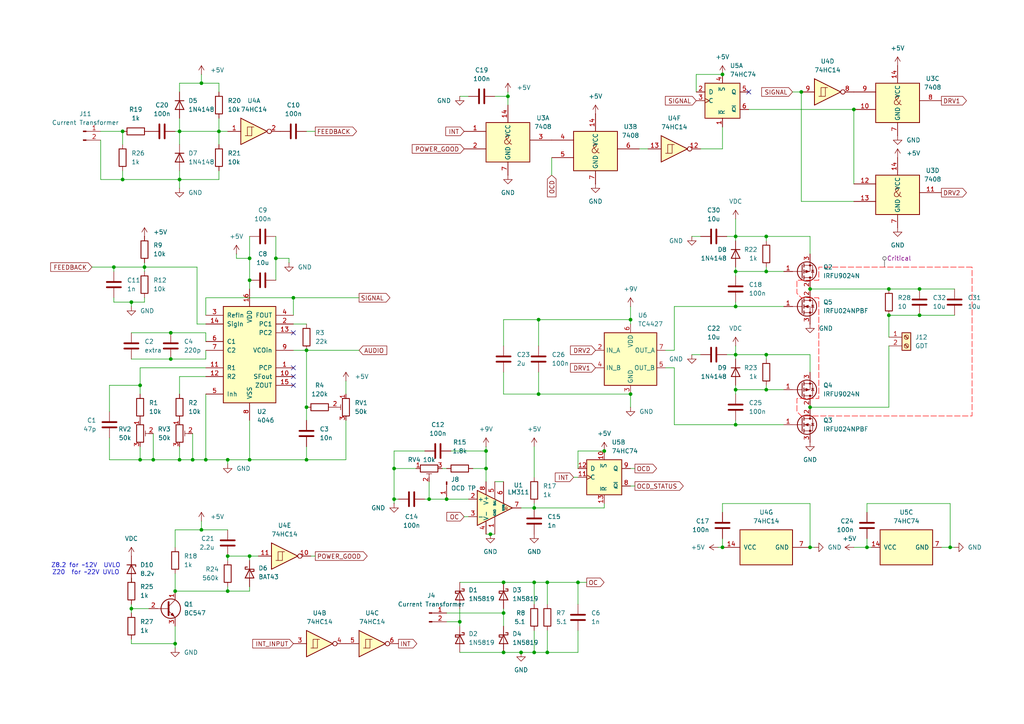
<source format=kicad_sch>
(kicad_sch (version 20250114) (generator "eeschema") (generator_version "9.0")
  (paper "A4")
  (title_block (title "HNaderi's PLL SSTC") (rev "3.1") (company "hnaderi.dev"))
  (text "Z8.2 for ~12V  UVLO\nZ20  for ~22V UVLO" (at 24.892 165.1 0) (effects (font (size 1.27 1.27))))
  (junction (at 257.81 91.44))
  (junction (at 175.26 130.81))
  (junction (at 154.94 168.91))
  (junction (at 146.05 168.91))
  (junction (at 147.32 27.94))
  (junction (at 129.54 144.78))
  (junction (at 58.42 24.13))
  (junction (at 35.56 38.1))
  (junction (at 88.9 101.6))
  (junction (at 209.55 21.59))
  (junction (at 182.88 114.3))
  (junction (at 52.07 38.1))
  (junction (at 59.69 133.35))
  (junction (at 158.75 189.23))
  (junction (at 114.3 144.78))
  (junction (at 41.91 77.47))
  (junction (at 158.75 168.91))
  (junction (at 213.36 88.9))
  (junction (at 88.9 118.11))
  (junction (at 222.25 102.87))
  (junction (at 167.64 168.91))
  (junction (at 66.04 161.29))
  (junction (at 234.95 118.11))
  (junction (at 222.25 78.74))
  (junction (at 146.05 189.23))
  (junction (at 257.81 83.82))
  (junction (at 142.24 154.94))
  (junction (at 140.97 130.81))
  (junction (at 52.07 133.35))
  (junction (at 55.88 133.35))
  (junction (at 275.59 158.75))
  (junction (at 213.36 113.03))
  (junction (at 72.39 81.28))
  (junction (at 44.45 133.35))
  (junction (at 66.04 171.45))
  (junction (at 40.64 111.76))
  (junction (at 124.46 144.78))
  (junction (at 213.36 102.87))
  (junction (at 40.64 133.35))
  (junction (at 266.7 83.82))
  (junction (at 52.07 52.07))
  (junction (at 140.97 135.89))
  (junction (at 49.53 104.14))
  (junction (at 58.42 153.67))
  (junction (at 222.25 113.03))
  (junction (at 234.95 158.75))
  (junction (at 49.53 96.52))
  (junction (at 72.39 161.29))
  (junction (at 234.95 83.82))
  (junction (at 63.5 38.1))
  (junction (at 154.94 147.32))
  (junction (at 85.09 86.36))
  (junction (at 247.65 31.75))
  (junction (at 222.25 68.58))
  (junction (at 50.8 171.45))
  (junction (at 38.1 87.63))
  (junction (at 151.13 189.23))
  (junction (at 156.21 114.3))
  (junction (at 146.05 177.8))
  (junction (at 232.41 26.67))
  (junction (at 209.55 158.75))
  (junction (at 213.36 123.19))
  (junction (at 213.36 78.74))
  (junction (at 50.8 186.69))
  (junction (at 154.94 189.23))
  (junction (at 156.21 92.71))
  (junction (at 114.3 135.89))
  (junction (at 213.36 68.58))
  (junction (at 72.39 74.93))
  (junction (at 72.39 133.35))
  (junction (at 88.9 133.35))
  (junction (at 266.7 91.44))
  (junction (at 66.04 133.35))
  (junction (at 80.01 74.93))
  (junction (at 38.1 176.53))
  (junction (at 133.35 180.34))
  (junction (at 251.46 158.75))
  (junction (at 182.88 92.71))
  (junction (at 35.56 52.07))
  (junction (at 33.02 77.47))
  (no_connect (at 85.09 96.52))
  (no_connect (at 85.09 109.22))
  (no_connect (at 85.09 111.76))
  (no_connect (at 85.09 106.68))
  (no_connect (at 217.17 26.67))
  (wire (pts (xy 114.3 130.81) (xy 114.3 135.89)))
  (wire (pts (xy 184.15 135.89) (xy 182.88 135.89)))
  (wire (pts (xy 80.01 81.28) (xy 80.01 74.93)))
  (wire (pts (xy 166.37 138.43) (xy 167.64 138.43)))
  (wire (pts (xy 203.2 68.58) (xy 200.66 68.58)))
  (wire (pts (xy 146.05 177.8) (xy 146.05 181.61)))
  (wire (pts (xy 154.94 168.91) (xy 158.75 168.91)))
  (wire (pts (xy 80.01 68.58) (xy 80.01 74.93)))
  (wire (pts (xy 208.28 158.75) (xy 209.55 158.75)))
  (wire (pts (xy 167.64 168.91) (xy 170.18 168.91)))
  (wire (pts (xy 275.59 146.05) (xy 275.59 158.75)))
  (wire (pts (xy 90.17 161.29) (xy 91.44 161.29)))
  (wire (pts (xy 72.39 161.29) (xy 66.04 161.29)))
  (wire (pts (xy 41.91 77.47) (xy 57.15 77.47)))
  (wire (pts (xy 129.54 135.89) (xy 128.27 135.89)))
  (wire (pts (xy 222.25 77.47) (xy 222.25 78.74)))
  (wire (pts (xy 59.69 114.3) (xy 59.69 133.35)))
  (wire (pts (xy 58.42 24.13) (xy 63.5 24.13)))
  (wire (pts (xy 156.21 114.3) (xy 182.88 114.3)))
  (wire (pts (xy 213.36 68.58) (xy 222.25 68.58)))
  (wire (pts (xy 52.07 52.07) (xy 52.07 49.53)))
  (wire (pts (xy 52.07 109.22) (xy 59.69 109.22)))
  (wire (pts (xy 58.42 151.13) (xy 58.42 153.67)))
  (wire (pts (xy 167.64 135.89) (xy 167.64 130.81)))
  (wire (pts (xy 234.95 146.05) (xy 234.95 158.75)))
  (wire (pts (xy 44.45 125.73) (xy 44.45 133.35)))
  (wire (pts (xy 154.94 146.05) (xy 154.94 147.32)))
  (wire (pts (xy 154.94 189.23) (xy 154.94 182.88)))
  (wire (pts (xy 266.7 91.44) (xy 276.86 91.44)))
  (wire (pts (xy 40.64 133.35) (xy 44.45 133.35)))
  (wire (pts (xy 59.69 133.35) (xy 66.04 133.35)))
  (wire (pts (xy 123.19 144.78) (xy 124.46 144.78)))
  (wire (pts (xy 213.36 113.03) (xy 222.25 113.03)))
  (wire (pts (xy 187.96 43.18) (xy 185.42 43.18)))
  (wire (pts (xy 195.58 88.9) (xy 213.36 88.9)))
  (wire (pts (xy 59.69 86.36) (xy 85.09 86.36)))
  (wire (pts (xy 229.87 26.67) (xy 232.41 26.67)))
  (wire (pts (xy 66.04 133.35) (xy 72.39 133.35)))
  (wire (pts (xy 203.2 102.87) (xy 200.66 102.87)))
  (wire (pts (xy 68.58 73.66) (xy 68.58 74.93)))
  (wire (pts (xy 66.04 153.67) (xy 58.42 153.67)))
  (wire (pts (xy 85.09 101.6) (xy 88.9 101.6)))
  (wire (pts (xy 151.13 189.23) (xy 154.94 189.23)))
  (wire (pts (xy 52.07 41.91) (xy 52.07 38.1)))
  (wire (pts (xy 88.9 133.35) (xy 88.9 129.54)))
  (wire (pts (xy 234.95 83.82) (xy 257.81 83.82)))
  (wire (pts (xy 49.53 96.52) (xy 59.69 96.52)))
  (wire (pts (xy 114.3 135.89) (xy 120.65 135.89)))
  (wire (pts (xy 26.67 77.47) (xy 33.02 77.47)))
  (wire (pts (xy 83.82 74.93) (xy 80.01 74.93)))
  (wire (pts (xy 50.8 181.61) (xy 50.8 186.69)))
  (wire (pts (xy 209.55 156.21) (xy 209.55 158.75)))
  (wire (pts (xy 52.07 38.1) (xy 63.5 38.1)))
  (wire (pts (xy 210.82 68.58) (xy 213.36 68.58)))
  (wire (pts (xy 213.36 77.47) (xy 213.36 78.74)))
  (wire (pts (xy 100.33 110.49) (xy 100.33 114.3)))
  (wire (pts (xy 41.91 87.63) (xy 41.91 86.36)))
  (wire (pts (xy 72.39 74.93) (xy 72.39 81.28)))
  (wire (pts (xy 175.26 147.32) (xy 175.26 146.05)))
  (wire (pts (xy 88.9 133.35) (xy 72.39 133.35)))
  (wire (pts (xy 38.1 87.63) (xy 38.1 88.9)))
  (wire (pts (xy 146.05 176.53) (xy 146.05 177.8)))
  (wire (pts (xy 158.75 168.91) (xy 167.64 168.91)))
  (wire (pts (xy 66.04 38.1) (xy 63.5 38.1)))
  (wire (pts (xy 160.02 50.8) (xy 160.02 45.72)))
  (wire (pts (xy 88.9 38.1) (xy 91.44 38.1)))
  (wire (pts (xy 213.36 63.5) (xy 213.36 68.58)))
  (wire (pts (xy 66.04 161.29) (xy 66.04 162.56)))
  (wire (pts (xy 257.81 91.44) (xy 257.81 97.79)))
  (wire (pts (xy 251.46 158.75) (xy 252.73 158.75)))
  (wire (pts (xy 133.35 189.23) (xy 146.05 189.23)))
  (wire (pts (xy 133.35 168.91) (xy 146.05 168.91)))
  (wire (pts (xy 213.36 102.87) (xy 222.25 102.87)))
  (wire (pts (xy 72.39 81.28) (xy 72.39 83.82)))
  (wire (pts (xy 66.04 134.62) (xy 66.04 133.35)))
  (wire (pts (xy 38.1 87.63) (xy 33.02 87.63)))
  (wire (pts (xy 217.17 31.75) (xy 247.65 31.75)))
  (wire (pts (xy 213.36 121.92) (xy 213.36 123.19)))
  (wire (pts (xy 158.75 182.88) (xy 158.75 189.23)))
  (wire (pts (xy 88.9 101.6) (xy 88.9 118.11)))
  (wire (pts (xy 140.97 135.89) (xy 140.97 139.7)))
  (wire (pts (xy 167.64 130.81) (xy 175.26 130.81)))
  (wire (pts (xy 276.86 158.75) (xy 275.59 158.75)))
  (wire (pts (xy 251.46 146.05) (xy 251.46 148.59)))
  (wire (pts (xy 156.21 92.71) (xy 156.21 100.33)))
  (wire (pts (xy 213.36 80.01) (xy 213.36 78.74)))
  (wire (pts (xy 143.51 139.7) (xy 146.05 139.7)))
  (wire (pts (xy 33.02 87.63) (xy 33.02 86.36)))
  (wire (pts (xy 63.5 34.29) (xy 63.5 38.1)))
  (wire (pts (xy 213.36 114.3) (xy 213.36 113.03)))
  (wire (pts (xy 29.21 38.1) (xy 35.56 38.1)))
  (wire (pts (xy 50.8 38.1) (xy 52.07 38.1)))
  (wire (pts (xy 115.57 144.78) (xy 114.3 144.78)))
  (wire (pts (xy 40.64 129.54) (xy 40.64 133.35)))
  (wire (pts (xy 40.64 106.68) (xy 40.64 111.76)))
  (wire (pts (xy 114.3 130.81) (xy 123.19 130.81)))
  (wire (pts (xy 193.04 106.68) (xy 195.58 106.68)))
  (wire (pts (xy 50.8 171.45) (xy 66.04 171.45)))
  (wire (pts (xy 222.25 78.74) (xy 227.33 78.74)))
  (wire (pts (xy 57.15 77.47) (xy 57.15 93.98)))
  (wire (pts (xy 142.24 154.94) (xy 143.51 154.94)))
  (wire (pts (xy 257.81 83.82) (xy 266.7 83.82)))
  (wire (pts (xy 140.97 129.54) (xy 140.97 130.81)))
  (wire (pts (xy 257.81 91.44) (xy 266.7 91.44)))
  (wire (pts (xy 66.04 170.18) (xy 66.04 171.45)))
  (wire (pts (xy 52.07 52.07) (xy 63.5 52.07)))
  (wire (pts (xy 154.94 129.54) (xy 154.94 138.43)))
  (wire (pts (xy 151.13 147.32) (xy 154.94 147.32)))
  (wire (pts (xy 222.25 68.58) (xy 222.25 69.85)))
  (wire (pts (xy 41.91 76.2) (xy 41.91 77.47)))
  (wire (pts (xy 55.88 133.35) (xy 59.69 133.35)))
  (wire (pts (xy 52.07 38.1) (xy 52.07 34.29)))
  (wire (pts (xy 63.5 49.53) (xy 63.5 52.07)))
  (wire (pts (xy 31.75 111.76) (xy 31.75 119.38)))
  (wire (pts (xy 182.88 118.11) (xy 182.88 114.3)))
  (wire (pts (xy 140.97 130.81) (xy 140.97 135.89)))
  (wire (pts (xy 88.9 133.35) (xy 100.33 133.35)))
  (wire (pts (xy 52.07 54.61) (xy 52.07 52.07)))
  (wire (pts (xy 55.88 125.73) (xy 55.88 133.35)))
  (wire (pts (xy 50.8 166.37) (xy 50.8 171.45)))
  (wire (pts (xy 140.97 154.94) (xy 142.24 154.94)))
  (wire (pts (xy 129.54 177.8) (xy 146.05 177.8)))
  (wire (pts (xy 57.15 93.98) (xy 59.69 93.98)))
  (wire (pts (xy 100.33 121.92) (xy 100.33 133.35)))
  (wire (pts (xy 251.46 156.21) (xy 251.46 158.75)))
  (wire (pts (xy 234.95 73.66) (xy 234.95 68.58)))
  (wire (pts (xy 209.55 43.18) (xy 203.2 43.18)))
  (wire (pts (xy 193.04 101.6) (xy 195.58 101.6)))
  (wire (pts (xy 59.69 91.44) (xy 59.69 86.36)))
  (wire (pts (xy 146.05 114.3) (xy 156.21 114.3)))
  (wire (pts (xy 31.75 133.35) (xy 40.64 133.35)))
  (wire (pts (xy 234.95 118.11) (xy 257.81 118.11)))
  (wire (pts (xy 38.1 167.64) (xy 38.1 168.91)))
  (wire (pts (xy 251.46 146.05) (xy 275.59 146.05)))
  (wire (pts (xy 213.36 78.74) (xy 222.25 78.74)))
  (wire (pts (xy 58.42 153.67) (xy 50.8 153.67)))
  (wire (pts (xy 72.39 161.29) (xy 72.39 162.56)))
  (wire (pts (xy 50.8 187.96) (xy 50.8 186.69)))
  (wire (pts (xy 209.55 146.05) (xy 234.95 146.05)))
  (wire (pts (xy 213.36 123.19) (xy 227.33 123.19)))
  (wire (pts (xy 156.21 107.95) (xy 156.21 114.3)))
  (wire (pts (xy 158.75 189.23) (xy 167.64 189.23)))
  (wire (pts (xy 52.07 24.13) (xy 52.07 26.67)))
  (wire (pts (xy 213.36 88.9) (xy 227.33 88.9)))
  (wire (pts (xy 114.3 135.89) (xy 114.3 144.78)))
  (wire (pts (xy 31.75 111.76) (xy 40.64 111.76)))
  (wire (pts (xy 124.46 144.78) (xy 129.54 144.78)))
  (wire (pts (xy 124.46 144.78) (xy 124.46 139.7)))
  (wire (pts (xy 247.65 31.75) (xy 247.65 53.34)))
  (wire (pts (xy 154.94 147.32) (xy 175.26 147.32)))
  (wire (pts (xy 146.05 100.33) (xy 146.05 92.71)))
  (wire (pts (xy 52.07 133.35) (xy 55.88 133.35)))
  (wire (pts (xy 133.35 176.53) (xy 133.35 180.34)))
  (wire (pts (xy 35.56 49.53) (xy 35.56 52.07)))
  (wire (pts (xy 182.88 88.9) (xy 182.88 92.71)))
  (wire (pts (xy 33.02 77.47) (xy 33.02 78.74)))
  (wire (pts (xy 29.21 40.64) (xy 29.21 52.07)))
  (wire (pts (xy 38.1 104.14) (xy 49.53 104.14)))
  (wire (pts (xy 146.05 92.71) (xy 156.21 92.71)))
  (wire (pts (xy 154.94 168.91) (xy 154.94 175.26)))
  (wire (pts (xy 147.32 26.67) (xy 147.32 27.94)))
  (wire (pts (xy 40.64 106.68) (xy 59.69 106.68)))
  (wire (pts (xy 72.39 68.58) (xy 72.39 74.93)))
  (wire (pts (xy 247.65 158.75) (xy 251.46 158.75)))
  (wire (pts (xy 40.64 114.3) (xy 40.64 111.76)))
  (wire (pts (xy 63.5 38.1) (xy 63.5 41.91)))
  (wire (pts (xy 222.25 111.76) (xy 222.25 113.03)))
  (wire (pts (xy 201.93 26.67) (xy 201.93 21.59)))
  (wire (pts (xy 182.88 92.71) (xy 182.88 93.98)))
  (wire (pts (xy 213.36 111.76) (xy 213.36 113.03)))
  (wire (pts (xy 158.75 168.91) (xy 158.75 175.26)))
  (wire (pts (xy 167.64 168.91) (xy 167.64 175.26)))
  (wire (pts (xy 232.41 26.67) (xy 232.41 58.42)))
  (wire (pts (xy 129.54 144.78) (xy 135.89 144.78)))
  (wire (pts (xy 195.58 101.6) (xy 195.58 88.9)))
  (wire (pts (xy 63.5 24.13) (xy 63.5 26.67)))
  (wire (pts (xy 52.07 109.22) (xy 52.07 114.3)))
  (wire (pts (xy 257.81 100.33) (xy 257.81 118.11)))
  (wire (pts (xy 210.82 102.87) (xy 213.36 102.87)))
  (wire (pts (xy 38.1 186.69) (xy 38.1 185.42)))
  (wire (pts (xy 213.36 87.63) (xy 213.36 88.9)))
  (wire (pts (xy 68.58 74.93) (xy 72.39 74.93)))
  (wire (pts (xy 167.64 189.23) (xy 167.64 182.88)))
  (wire (pts (xy 195.58 106.68) (xy 195.58 123.19)))
  (wire (pts (xy 88.9 118.11) (xy 88.9 121.92)))
  (wire (pts (xy 232.41 58.42) (xy 247.65 58.42)))
  (wire (pts (xy 135.89 27.94) (xy 133.35 27.94)))
  (wire (pts (xy 213.36 100.33) (xy 213.36 102.87)))
  (wire (pts (xy 134.62 149.86) (xy 135.89 149.86)))
  (wire (pts (xy 59.69 96.52) (xy 59.69 99.06)))
  (wire (pts (xy 66.04 171.45) (xy 72.39 171.45)))
  (wire (pts (xy 59.69 104.14) (xy 59.69 101.6)))
  (wire (pts (xy 133.35 181.61) (xy 133.35 180.34)))
  (wire (pts (xy 209.55 148.59) (xy 209.55 146.05)))
  (wire (pts (xy 234.95 102.87) (xy 222.25 102.87)))
  (wire (pts (xy 35.56 41.91) (xy 35.56 38.1)))
  (wire (pts (xy 275.59 158.75) (xy 273.05 158.75)))
  (wire (pts (xy 195.58 123.19) (xy 213.36 123.19)))
  (wire (pts (xy 85.09 93.98) (xy 88.9 93.98)))
  (wire (pts (xy 44.45 133.35) (xy 52.07 133.35)))
  (wire (pts (xy 85.09 86.36) (xy 104.14 86.36)))
  (wire (pts (xy 38.1 186.69) (xy 50.8 186.69)))
  (wire (pts (xy 33.02 77.47) (xy 41.91 77.47)))
  (wire (pts (xy 50.8 153.67) (xy 50.8 158.75)))
  (wire (pts (xy 234.95 107.95) (xy 234.95 102.87)))
  (wire (pts (xy 236.22 158.75) (xy 234.95 158.75)))
  (wire (pts (xy 154.94 189.23) (xy 158.75 189.23)))
  (wire (pts (xy 72.39 171.45) (xy 72.39 170.18)))
  (wire (pts (xy 130.81 130.81) (xy 140.97 130.81)))
  (wire (pts (xy 38.1 87.63) (xy 41.91 87.63)))
  (wire (pts (xy 156.21 92.71) (xy 182.88 92.71)))
  (wire (pts (xy 184.15 140.97) (xy 182.88 140.97)))
  (wire (pts (xy 38.1 176.53) (xy 38.1 177.8)))
  (wire (pts (xy 222.25 113.03) (xy 227.33 113.03)))
  (wire (pts (xy 129.54 180.34) (xy 133.35 180.34)))
  (wire (pts (xy 72.39 121.92) (xy 72.39 133.35)))
  (wire (pts (xy 41.91 78.74) (xy 41.91 77.47)))
  (wire (pts (xy 85.09 86.36) (xy 85.09 91.44)))
  (wire (pts (xy 209.55 43.18) (xy 209.55 36.83)))
  (wire (pts (xy 146.05 168.91) (xy 154.94 168.91)))
  (wire (pts (xy 114.3 146.05) (xy 114.3 144.78)))
  (wire (pts (xy 38.1 96.52) (xy 49.53 96.52)))
  (wire (pts (xy 137.16 135.89) (xy 140.97 135.89)))
  (wire (pts (xy 38.1 175.26) (xy 38.1 176.53)))
  (wire (pts (xy 104.14 101.6) (xy 88.9 101.6)))
  (wire (pts (xy 146.05 107.95) (xy 146.05 114.3)))
  (wire (pts (xy 201.93 21.59) (xy 209.55 21.59)))
  (wire (pts (xy 143.51 27.94) (xy 147.32 27.94)))
  (wire (pts (xy 222.25 102.87) (xy 222.25 104.14)))
  (wire (pts (xy 31.75 127) (xy 31.75 133.35)))
  (wire (pts (xy 38.1 176.53) (xy 43.18 176.53)))
  (wire (pts (xy 147.32 27.94) (xy 147.32 30.48)))
  (wire (pts (xy 52.07 24.13) (xy 58.42 24.13)))
  (wire (pts (xy 213.36 102.87) (xy 213.36 104.14)))
  (wire (pts (xy 266.7 83.82) (xy 276.86 83.82)))
  (wire (pts (xy 58.42 21.59) (xy 58.42 24.13)))
  (wire (pts (xy 29.21 52.07) (xy 35.56 52.07)))
  (wire (pts (xy 234.95 68.58) (xy 222.25 68.58)))
  (wire (pts (xy 74.93 161.29) (xy 72.39 161.29)))
  (wire (pts (xy 146.05 189.23) (xy 151.13 189.23)))
  (wire (pts (xy 49.53 104.14) (xy 59.69 104.14)))
  (wire (pts (xy 52.07 52.07) (xy 35.56 52.07)))
  (wire (pts (xy 52.07 129.54) (xy 52.07 133.35)))
  (wire (pts (xy 213.36 68.58) (xy 213.36 69.85)))
  (wire (pts (xy 83.82 74.93) (xy 83.82 76.2)))
  (global_label "INT" (shape input) (at 134.62 38.1 180) (property "Intersheetrefs" "${INTERSHEET_REFS}" (effects (hide yes))))
  (global_label "DRV2" (shape input) (at 172.72 101.6 180) (property "Intersheetrefs" "${INTERSHEET_REFS}" (effects (hide yes))))
  (global_label "INT_INPUT" (shape input) (at 85.09 186.69 180) (property "Intersheetrefs" "${INTERSHEET_REFS}" (effects (hide yes))))
  (global_label "FEEDBACK" (shape input) (at 26.67 77.47 180) (property "Intersheetrefs" "${INTERSHEET_REFS}" (effects (hide yes))))
  (global_label "OC" (shape input) (at 134.62 149.86 180) (property "Intersheetrefs" "${INTERSHEET_REFS}" (effects (hide yes))))
  (global_label "OCD_STATUS" (shape output) (at 184.15 140.97 0) (property "Intersheetrefs" "${INTERSHEET_REFS}" (effects (hide yes))))
  (global_label "FEEDBACK" (shape output) (at 91.44 38.1 0) (property "Intersheetrefs" "${INTERSHEET_REFS}" (effects (hide yes))))
  (global_label "POWER_GOOD" (shape input) (at 134.62 43.18 180) (property "Intersheetrefs" "${INTERSHEET_REFS}" (effects (hide yes))))
  (global_label "DRV1" (shape output) (at 273.05 29.21 0) (property "Intersheetrefs" "${INTERSHEET_REFS}" (effects (hide yes))))
  (global_label "SIGNAL" (shape input) (at 201.93 29.21 180) (property "Intersheetrefs" "${INTERSHEET_REFS}" (effects (hide yes))))
  (global_label "DRV2" (shape output) (at 273.05 55.88 0) (property "Intersheetrefs" "${INTERSHEET_REFS}" (effects (hide yes))))
  (global_label "OCD" (shape output) (at 184.15 135.89 0) (property "Intersheetrefs" "${INTERSHEET_REFS}" (effects (hide yes))))
  (global_label "AUDIO" (shape input) (at 104.14 101.6 0) (property "Intersheetrefs" "${INTERSHEET_REFS}" (effects (hide yes))))
  (global_label "DRV1" (shape input) (at 172.72 106.68 180) (property "Intersheetrefs" "${INTERSHEET_REFS}" (effects (hide yes))))
  (global_label "SIGNAL" (shape output) (at 104.14 86.36 0) (property "Intersheetrefs" "${INTERSHEET_REFS}" (effects (hide yes))))
  (global_label "SIGNAL" (shape input) (at 229.87 26.67 180) (property "Intersheetrefs" "${INTERSHEET_REFS}" (effects (hide yes))))
  (global_label "INT" (shape input) (at 166.37 138.43 180) (property "Intersheetrefs" "${INTERSHEET_REFS}" (effects (hide yes))))
  (global_label "OC" (shape output) (at 170.18 168.91 0) (property "Intersheetrefs" "${INTERSHEET_REFS}" (effects (hide yes))))
  (global_label "POWER_GOOD" (shape output) (at 91.44 161.29 0) (property "Intersheetrefs" "${INTERSHEET_REFS}" (effects (hide yes))))
  (global_label "OCD" (shape input) (at 160.02 50.8 270) (property "Intersheetrefs" "${INTERSHEET_REFS}" (effects (hide yes))))
  (global_label "INT" (shape output) (at 115.57 186.69 0) (property "Intersheetrefs" "${INTERSHEET_REFS}" (effects (hide yes))))
  (rule_area (polyline (pts (xy 281.94 77.47) (xy 237.49 77.47) (xy 237.49 81.28) (xy 231.14 81.28) (xy 231.14 85.09) (xy 232.41 86.36) (xy 237.49 86.36) (xy 237.49 115.57) (xy 231.14 115.57) (xy 231.14 119.38) (xy 232.41 120.65) (xy 281.94 120.65)) (stroke (width 0) (type dash))))
  (netclass_flag "" (length 2.54) (shape round) (at 256.54 77.47 0) (property "Netclass" "Critical" (at 257.2385 74.93 0) (effects (justify left))))
  (symbol (lib_id "Device:R") (at 158.75 179.07 0) (unit 1)
    (property "Reference" "R7" (at 161.29 177.7999 0) (effects (justify left)))
    (property "Value" "5.1" (at 161.29 180.3399 0) (effects (justify left)))
    (property "Footprint" "Resistor_THT:R_Axial_DIN0207_L6.3mm_D2.5mm_P2.54mm_Vertical" (effects (hide yes)))
    (property "Description" "Resistor" (effects (hide yes)))
  )
  (symbol (lib_id "Connector:Conn_01x02_Pin") (at 124.46 177.8 0) (unit 1)
    (property "Reference" "J4" (at 125.095 172.72 0))
    (property "Value" "Current Transformer" (at 125.095 175.26 0))
    (property "Footprint" "Connector_JST:JST_XH_B2B-XH-A_1x02_P2.50mm_Vertical" (effects (hide yes)))
  )
  (symbol (lib_id "74xx:74HC14") (at 73.66 38.1 0) (unit 1)
    (property "Reference" "U4" (at 73.66 29.21 0))
    (property "Value" "74HC14" (at 73.66 31.75 0))
    (property "Footprint" "Package_DIP:DIP-14_W7.62mm" (effects (hide yes)))
    (property "Datasheet" "http://www.ti.com/lit/gpn/sn74HC14" (effects (hide yes)))
    (property "Description" "Hex inverter schmitt trigger" (effects (hide yes)))
  )
  (symbol (lib_id "Device:R") (at 222.25 73.66 0) (unit 1)
    (property "Reference" "R22" (at 219.71 72.3899 0) (effects (justify right)))
    (property "Value" "1k" (at 219.71 74.9299 0) (effects (justify right)))
    (property "Footprint" "Resistor_THT:R_Axial_DIN0207_L6.3mm_D2.5mm_P2.54mm_Vertical" (effects (hide yes)))
    (property "Description" "Resistor" (effects (hide yes)))
  )
  (symbol (lib_id "power:+5V") (at 247.65 158.75 90) (unit 1)
    (property "Reference" "#PWR048" (effects (hide yes)))
    (property "Value" "+5V" (at 246.38 156.21 90))
    (property "Description" "Power symbol creates a global label with name \"+5V\"" (effects (hide yes)))
  )
  (symbol (lib_id "Device:C") (at 119.38 144.78 90) (unit 1)
    (property "Reference" "C14" (at 119.38 149.86 90))
    (property "Value" "100n" (at 119.38 152.4 90))
    (property "Footprint" "Capacitor_THT:C_Disc_D4.7mm_W2.5mm_P5.00mm" (effects (hide yes)))
    (property "Description" "Unpolarized capacitor" (effects (hide yes)))
  )
  (symbol (lib_id "power:GND") (at 182.88 118.11 0) (unit 1)
    (property "Reference" "#PWR040" (effects (hide yes)))
    (property "Value" "GND" (at 185.42 119.3799 0) (effects (justify left)))
    (property "Description" "Power symbol creates a global label with name \"GND\" , ground" (effects (hide yes)))
  )
  (symbol (lib_id "Device:C") (at 88.9 125.73 0) (unit 1)
    (property "Reference" "C3" (at 92.71 124.4599 0) (effects (justify left)))
    (property "Value" "10n" (at 92.71 126.9999 0) (effects (justify left)))
    (property "Footprint" "Capacitor_THT:C_Disc_D4.7mm_W2.5mm_P5.00mm" (effects (hide yes)))
    (property "Description" "Unpolarized capacitor" (effects (hide yes)))
  )
  (symbol (lib_id "Device:R_Potentiometer_Trim") (at 52.07 125.73 0) (unit 1)
    (property "Reference" "RV3" (at 49.53 124.4599 0) (effects (justify right)))
    (property "Value" "50k" (at 49.53 126.9999 0) (effects (justify right)))
    (property "Footprint" "Potentiometer_THT:Potentiometer_Bourns_3296W_Vertical" (effects (hide yes)))
    (property "Description" "Trim-potentiometer" (effects (hide yes)))
  )
  (symbol (lib_id "Device:C") (at 156.21 104.14 180) (unit 1)
    (property "Reference" "C26" (at 160.02 102.8699 0) (effects (justify right)))
    (property "Value" "100n" (at 160.02 105.4099 0) (effects (justify right)))
    (property "Footprint" "Capacitor_THT:C_Disc_D4.7mm_W2.5mm_P5.00mm" (effects (hide yes)))
    (property "Description" "Unpolarized capacitor" (effects (hide yes)))
  )
  (symbol (lib_id "Diode:1N4148") (at 213.36 107.95 270) (unit 1)
    (property "Reference" "D9" (at 210.82 106.6799 90) (effects (justify right)))
    (property "Value" "1N4148" (at 210.82 109.2199 90) (effects (justify right)))
    (property "Footprint" "Diode_THT:D_DO-35_SOD27_P2.54mm_Vertical_KathodeUp" (effects (hide yes)))
    (property "Datasheet" "https://assets.nexperia.com/documents/data-sheet/1N4148_1N4448.pdf" (effects (hide yes)))
    (property "Description" "100V 0.15A standard switching diode, DO-35" (effects (hide yes)))
    (property "Sim.Device" "D" (effects (hide yes)))
    (property "Sim.Pins" "1=K 2=A" (effects (hide yes)))
  )
  (symbol (lib_id "Device:C") (at 209.55 152.4 0) (unit 1)
    (property "Reference" "C17" (at 205.74 151.1299 0) (effects (justify right)))
    (property "Value" "100n" (at 205.74 153.6699 0) (effects (justify right)))
    (property "Footprint" "Capacitor_THT:C_Disc_D4.7mm_W2.5mm_P5.00mm" (effects (hide yes)))
    (property "Description" "Unpolarized capacitor" (effects (hide yes)))
  )
  (symbol (lib_id "Device:R") (at 92.71 118.11 90) (unit 1)
    (property "Reference" "R4" (at 92.71 111.76 90))
    (property "Value" "120k" (at 92.71 114.3 90))
    (property "Footprint" "Resistor_THT:R_Axial_DIN0207_L6.3mm_D2.5mm_P2.54mm_Vertical" (effects (hide yes)))
    (property "Description" "Resistor" (effects (hide yes)))
  )
  (symbol (lib_id "Device:R") (at 257.81 87.63 0) (unit 1)
    (property "Reference" "R28" (at 260.35 86.3599 0) (effects (justify left)))
    (property "Value" "10" (at 260.35 88.8999 0) (effects (justify left)))
    (property "Footprint" "Resistor_THT:R_Axial_DIN0309_L9.0mm_D3.2mm_P2.54mm_Vertical" (effects (hide yes)))
    (property "Description" "Resistor" (effects (hide yes)))
  )
  (symbol (lib_id "Device:C") (at 266.7 87.63 0) (unit 1)
    (property "Reference" "C32" (at 270.51 86.3599 0) (effects (justify left)))
    (property "Value" "10u" (at 270.51 88.8999 0) (effects (justify left)))
    (property "Footprint" "Capacitor_THT:C_Disc_D4.7mm_W2.5mm_P5.00mm" (effects (hide yes)))
    (property "Description" "Unpolarized capacitor" (effects (hide yes)))
  )
  (symbol (lib_id "74xx:74HC14") (at 82.55 161.29 0) (unit 5)
    (property "Reference" "U4" (at 82.55 152.4 0))
    (property "Value" "74HC14" (at 82.55 154.94 0))
    (property "Footprint" "Package_DIP:DIP-14_W7.62mm" (effects (hide yes)))
    (property "Datasheet" "http://www.ti.com/lit/gpn/sn74HC14" (effects (hide yes)))
    (property "Description" "Hex inverter schmitt trigger" (effects (hide yes)))
  )
  (symbol (lib_id "power:+5V") (at 208.28 158.75 90) (unit 1)
    (property "Reference" "#PWR09" (effects (hide yes)))
    (property "Value" "+5V" (at 204.47 158.7499 90) (effects (justify left)))
    (property "Description" "Power symbol creates a global label with name \"+5V\"" (effects (hide yes)))
  )
  (symbol (lib_id "power:+5V") (at 100.33 110.49 0) (unit 1)
    (property "Reference" "#PWR035" (effects (hide yes)))
    (property "Value" "+5V" (at 102.87 109.2199 0) (effects (justify left)))
    (property "Description" "Power symbol creates a global label with name \"+5V\"" (effects (hide yes)))
  )
  (symbol (lib_id "Device:C") (at 33.02 82.55 0) (unit 1)
    (property "Reference" "C11" (at 36.83 81.2799 0) (effects (justify left)))
    (property "Value" "1n" (at 36.83 83.8199 0) (effects (justify left)))
    (property "Footprint" "Capacitor_THT:C_Disc_D4.7mm_W2.5mm_P5.00mm" (effects (hide yes)))
    (property "Description" "Unpolarized capacitor" (effects (hide yes)))
  )
  (symbol (lib_id "Device:R") (at 41.91 72.39 0) (unit 1)
    (property "Reference" "R9" (at 44.45 71.1199 0) (effects (justify left)))
    (property "Value" "10k" (at 44.45 73.6599 0) (effects (justify left)))
    (property "Footprint" "Resistor_THT:R_Axial_DIN0207_L6.3mm_D2.5mm_P2.54mm_Vertical" (effects (hide yes)))
    (property "Description" "Resistor" (effects (hide yes)))
  )
  (symbol (lib_id "Comparator:LM311") (at 143.51 147.32 0) (unit 1)
    (property "Reference" "U1" (at 150.368 140.716 0))
    (property "Value" "LM311" (at 150.368 142.748 0))
    (property "Footprint" "Package_DIP:DIP-8_W7.62mm" (effects (hide yes)))
    (property "Datasheet" "https://www.st.com/resource/en/datasheet/lm311.pdf" (effects (hide yes)))
    (property "Description" "Voltage Comparator, DIP-8/SOIC-8" (effects (hide yes)))
  )
  (symbol (lib_id "Connector:Screw_Terminal_01x02") (at 262.89 97.79 0) (unit 1)
    (property "Reference" "J12" (at 265.43 97.7899 0) (effects (justify left)))
    (property "Value" "GDT" (at 265.43 100.3299 0) (effects (justify left)))
    (property "Footprint" "TerminalBlock:TerminalBlock_bornier-2_P5.08mm" (effects (hide yes)))
    (property "Description" "Generic screw terminal, single row, 01x02, script generated (kicad-library-utils/schlib/autogen/connector/)" (effects (hide yes)))
  )
  (symbol (lib_id "Diode:1N5819") (at 146.05 172.72 270) (unit 1)
    (property "Reference" "D3" (at 148.59 171.1324 90) (effects (justify left)))
    (property "Value" "1N5819" (at 148.59 173.6724 90) (effects (justify left)))
    (property "Footprint" "Diode_THT:D_DO-41_SOD81_P2.54mm_Vertical_KathodeUp" (effects (hide yes)))
  )
  (symbol (lib_id "Device:R") (at 63.5 45.72 0) (unit 1)
    (property "Reference" "R21" (at 66.04 44.4499 0) (effects (justify left)))
    (property "Value" "10k" (at 66.04 46.9899 0) (effects (justify left)))
    (property "Footprint" "Resistor_THT:R_Axial_DIN0207_L6.3mm_D2.5mm_P2.54mm_Vertical" (effects (hide yes)))
    (property "Description" "Resistor" (effects (hide yes)))
  )
  (symbol (lib_id "Device:C") (at 38.1 100.33 0) (unit 1)
    (property "Reference" "C2" (at 41.91 99.0599 0) (effects (justify left)))
    (property "Value" "extra" (at 41.91 101.5999 0) (effects (justify left)))
    (property "Footprint" "Capacitor_THT:C_Disc_D3.0mm_W2.0mm_P2.50mm" (effects (hide yes)))
    (property "Description" "Unpolarized capacitor" (effects (hide yes)))
  )
  (symbol (lib_id "power:+5V") (at 209.55 21.59 0) (unit 1)
    (property "Reference" "#PWR046" (effects (hide yes)))
    (property "Value" "+5V" (at 209.55 16.51 0))
    (property "Description" "Power symbol creates a global label with name \"+5V\"" (effects (hide yes)))
  )
  (symbol (lib_id "Connector:Conn_01x02_Pin") (at 24.13 38.1 0) (unit 1)
    (property "Reference" "J11" (at 24.765 33.02 0))
    (property "Value" "Current Transformer" (at 24.765 35.56 0))
    (property "Footprint" "Connector_JST:JST_XH_B2B-XH-A_1x02_P2.50mm_Vertical" (effects (hide yes)))
  )
  (symbol (lib_id "Device:R_Potentiometer_Trim") (at 40.64 125.73 0) (unit 1)
    (property "Reference" "RV2" (at 38.1 124.4599 0) (effects (justify right)))
    (property "Value" "50k" (at 38.1 126.9999 0) (effects (justify right)))
    (property "Footprint" "Potentiometer_THT:Potentiometer_Bourns_3296W_Vertical" (effects (hide yes)))
    (property "Description" "Trim-potentiometer" (effects (hide yes)))
  )
  (symbol (lib_id "Device:R") (at 38.1 171.45 0) (unit 1)
    (property "Reference" "R25" (at 40.64 170.1799 0) (effects (justify left)))
    (property "Value" "1k" (at 40.64 172.7199 0) (effects (justify left)))
    (property "Footprint" "Resistor_THT:R_Axial_DIN0207_L6.3mm_D2.5mm_P2.54mm_Vertical" (effects (hide yes)))
    (property "Description" "Resistor" (effects (hide yes)))
  )
  (symbol (lib_id "Device:C") (at 46.99 38.1 270) (unit 1)
    (property "Reference" "C20" (at 46.99 30.48 90))
    (property "Value" "100n" (at 46.99 33.02 90))
    (property "Footprint" "Capacitor_THT:C_Disc_D4.7mm_W2.5mm_P5.00mm" (effects (hide yes)))
    (property "Description" "Unpolarized capacitor" (effects (hide yes)))
  )
  (symbol (lib_id "74xx:74HC14") (at 240.03 26.67 0) (unit 4)
    (property "Reference" "U4" (at 240.03 17.78 0))
    (property "Value" "74HC14" (at 240.03 20.32 0))
    (property "Footprint" "Package_DIP:DIP-14_W7.62mm" (effects (hide yes)))
    (property "Datasheet" "http://www.ti.com/lit/gpn/sn74HC14" (effects (hide yes)))
    (property "Description" "Hex inverter schmitt trigger" (effects (hide yes)))
  )
  (symbol (lib_id "Device:C") (at 213.36 83.82 0) (unit 1)
    (property "Reference" "C18" (at 217.17 82.5499 0) (effects (justify left)))
    (property "Value" "100n" (at 217.17 85.0899 0) (effects (justify left)))
    (property "Footprint" "Capacitor_THT:C_Disc_D4.7mm_W2.5mm_P5.00mm" (effects (hide yes)))
    (property "Description" "Unpolarized capacitor" (effects (hide yes)))
  )
  (symbol (lib_id "74xx:74HC74") (at 262.89 158.75 90) (unit 3)
    (property "Reference" "U5" (at 262.89 148.59 90))
    (property "Value" "74HC74" (at 262.89 151.13 90))
    (property "Footprint" "Package_DIP:DIP-14_W7.62mm" (effects (hide yes)))
    (property "Datasheet" "74xx/74hc_hct74.pdf" (effects (hide yes)))
    (property "Description" "Dual D Flip-flop, Set & Reset" (effects (hide yes)))
  )
  (symbol (lib_id "power:GND") (at 142.24 154.94 0) (unit 1)
    (property "Reference" "#PWR050" (effects (hide yes)))
    (property "Value" "GND" (at 142.24 160.02 0))
    (property "Description" "Power symbol creates a global label with name \"GND\" , ground" (effects (hide yes)))
  )
  (symbol (lib_id "components:7408") (at 172.72 43.18 0) (unit 2)
    (property "Reference" "U3" (at 182.88 36.7598 0))
    (property "Value" "7408" (at 182.88 39.2998 0))
    (property "Footprint" "Package_DIP:DIP-14_W7.62mm" (effects (hide yes)))
  )
  (symbol (lib_id "power:GND") (at 172.72 53.34 0) (unit 1)
    (property "Reference" "#PWR012" (effects (hide yes)))
    (property "Value" "GND" (at 172.72 58.42 0))
    (property "Description" "Power symbol creates a global label with name \"GND\" , ground" (effects (hide yes)))
  )
  (symbol (lib_id "power:+5V") (at 172.72 33.02 0) (unit 1)
    (property "Reference" "#PWR011" (effects (hide yes)))
    (property "Value" "+5V" (at 172.72 27.94 0))
    (property "Description" "Power symbol creates a global label with name \"+5V\"" (effects (hide yes)))
  )
  (symbol (lib_id "Device:R") (at 133.35 135.89 90) (unit 1)
    (property "Reference" "R15" (at 133.35 128.27 90))
    (property "Value" "1.8k" (at 133.35 130.81 90))
    (property "Footprint" "Resistor_THT:R_Axial_DIN0207_L6.3mm_D2.5mm_P2.54mm_Vertical" (effects (hide yes)))
    (property "Description" "Resistor" (effects (hide yes)))
  )
  (symbol (lib_id "74xx:74HC14") (at 195.58 43.18 0) (unit 6)
    (property "Reference" "U4" (at 195.58 34.29 0))
    (property "Value" "74HC14" (at 195.58 36.83 0))
    (property "Footprint" "Package_DIP:DIP-14_W7.62mm" (effects (hide yes)))
    (property "Datasheet" "http://www.ti.com/lit/gpn/sn74HC14" (effects (hide yes)))
    (property "Description" "Hex inverter schmitt trigger" (effects (hide yes)))
  )
  (symbol (lib_id "components:7408") (at 260.35 55.88 0) (unit 4)
    (property "Reference" "U3" (at 270.51 49.4598 0))
    (property "Value" "7408" (at 270.51 51.9998 0))
    (property "Footprint" "Package_DIP:DIP-14_W7.62mm" (effects (hide yes)))
  )
  (symbol (lib_id "Diode:1N5819") (at 133.35 172.72 270) (unit 1)
    (property "Reference" "D1" (at 135.89 171.1324 90) (effects (justify left)))
    (property "Value" "1N5819" (at 135.89 173.6724 90) (effects (justify left)))
    (property "Footprint" "Diode_THT:D_DO-41_SOD81_P2.54mm_Vertical_KathodeUp" (effects (hide yes)))
  )
  (symbol (lib_id "Diode:1N5819") (at 133.35 185.42 270) (unit 1)
    (property "Reference" "D2" (at 135.89 183.8324 90) (effects (justify left)))
    (property "Value" "1N5819" (at 135.89 186.3724 90) (effects (justify left)))
    (property "Footprint" "Diode_THT:D_DO-41_SOD81_P2.54mm_Vertical_KathodeUp" (effects (hide yes)))
  )
  (symbol (lib_id "power:+5V") (at 68.58 73.66 0) (unit 1)
    (property "Reference" "#PWR033" (effects (hide yes)))
    (property "Value" "+5V" (at 68.58 68.58 0))
    (property "Description" "Power symbol creates a global label with name \"+5V\"" (effects (hide yes)))
  )
  (symbol (lib_id "power:GND") (at 133.35 27.94 0) (unit 1)
    (property "Reference" "#PWR047" (effects (hide yes)))
    (property "Value" "GND" (at 130.81 29.2099 0) (effects (justify right)))
    (property "Description" "Power symbol creates a global label with name \"GND\" , ground" (effects (hide yes)))
  )
  (symbol (lib_id "Device:C") (at 66.04 157.48 0) (mirror x) (unit 1)
    (property "Reference" "C21" (at 62.23 156.2099 0) (effects (justify right)))
    (property "Value" "2.2u" (at 62.23 158.7499 0) (effects (justify right)))
    (property "Footprint" "Capacitor_THT:C_Disc_D4.7mm_W2.5mm_P5.00mm" (effects (hide yes)))
    (property "Description" "Unpolarized capacitor" (effects (hide yes)))
  )
  (symbol (lib_id "Device:R") (at 154.94 179.07 0) (unit 1)
    (property "Reference" "R8" (at 152.4 177.7999 0) (effects (justify right)))
    (property "Value" "5.1" (at 152.4 180.3399 0) (effects (justify right)))
    (property "Footprint" "Resistor_THT:R_Axial_DIN0207_L6.3mm_D2.5mm_P2.54mm_Vertical" (effects (hide yes)))
    (property "Description" "Resistor" (effects (hide yes)))
  )
  (symbol (lib_id "Device:C") (at 139.7 27.94 270) (unit 1)
    (property "Reference" "C19" (at 139.7 20.32 90))
    (property "Value" "100n" (at 139.7 22.86 90))
    (property "Footprint" "Capacitor_THT:C_Disc_D4.7mm_W2.5mm_P5.00mm" (effects (hide yes)))
    (property "Description" "Unpolarized capacitor" (effects (hide yes)))
  )
  (symbol (lib_id "Device:C") (at 276.86 87.63 0) (unit 1)
    (property "Reference" "C31" (at 280.67 86.3599 0) (effects (justify left)))
    (property "Value" "10u" (at 280.67 88.8999 0) (effects (justify left)))
    (property "Footprint" "Capacitor_THT:C_Disc_D4.7mm_W2.5mm_P5.00mm" (effects (hide yes)))
    (property "Description" "Unpolarized capacitor" (effects (hide yes)))
  )
  (symbol (lib_id "74xx:74HC74") (at 209.55 29.21 0) (unit 1)
    (property "Reference" "U5" (at 211.6933 19.05 0) (effects (justify left)))
    (property "Value" "74HC74" (at 211.6933 21.59 0) (effects (justify left)))
    (property "Footprint" "Package_DIP:DIP-14_W7.62mm" (effects (hide yes)))
    (property "Datasheet" "74xx/74hc_hct74.pdf" (effects (hide yes)))
    (property "Description" "Dual D Flip-flop, Set & Reset" (effects (hide yes)))
  )
  (symbol (lib_id "Device:C") (at 31.75 123.19 0) (unit 1)
    (property "Reference" "C1" (at 27.94 121.9199 0) (effects (justify right)))
    (property "Value" "47p" (at 27.94 124.4599 0) (effects (justify right)))
    (property "Footprint" "Capacitor_THT:C_Disc_D3.0mm_W2.0mm_P2.50mm" (effects (hide yes)))
    (property "Description" "Unpolarized capacitor" (effects (hide yes)))
  )
  (symbol (lib_id "components:7408") (at 147.32 40.64 0) (unit 1)
    (property "Reference" "U3" (at 157.48 34.2198 0))
    (property "Value" "7408" (at 157.48 36.7598 0))
    (property "Footprint" "Package_DIP:DIP-14_W7.62mm" (effects (hide yes)))
  )
  (symbol (lib_id "Diode:1N4148") (at 52.07 30.48 270) (unit 1)
    (property "Reference" "D5" (at 54.61 29.2099 90) (effects (justify left)))
    (property "Value" "1N4148" (at 54.61 31.7499 90) (effects (justify left)))
    (property "Footprint" "Diode_THT:D_DO-35_SOD27_P2.54mm_Vertical_KathodeUp" (effects (hide yes)))
    (property "Datasheet" "https://assets.nexperia.com/documents/data-sheet/1N4148_1N4448.pdf" (effects (hide yes)))
    (property "Description" "100V 0.15A standard switching diode, DO-35" (effects (hide yes)))
    (property "Sim.Device" "D" (effects (hide yes)))
    (property "Sim.Pins" "1=K 2=A" (effects (hide yes)))
  )
  (symbol (lib_id "power:+5V") (at 147.32 26.67 0) (unit 1)
    (property "Reference" "#PWR06" (effects (hide yes)))
    (property "Value" "+5V" (at 149.86 25.3999 0) (effects (justify left)))
    (property "Description" "Power symbol creates a global label with name \"+5V\"" (effects (hide yes)))
  )
  (symbol (lib_id "power:+9V") (at 140.97 129.54 0) (unit 1)
    (property "Reference" "#PWR026" (effects (hide yes)))
    (property "Value" "+9V" (at 140.97 124.46 0))
    (property "Description" "Power symbol creates a global label with name \"+9V\"" (effects (hide yes)))
  )
  (symbol (lib_id "4xxx:4046") (at 72.39 101.6 0) (unit 1)
    (property "Reference" "U2" (at 74.5333 119.38 0) (effects (justify left)))
    (property "Value" "4046" (at 74.5333 121.92 0) (effects (justify left)))
    (property "Footprint" "Package_DIP:DIP-16_W7.62mm" (effects (hide yes)))
    (property "Datasheet" "https://assets.nexperia.com/documents/data-sheet/HEF4046B.pdf" (effects (hide yes)))
    (property "Description" "Phase Comp & VCO" (effects (hide yes)))
  )
  (symbol (lib_id "Transistor_FET:Q_NMOS_GDS") (at 232.41 123.19 0) (unit 1)
    (property "Reference" "Q3" (at 238.76 121.9199 0) (effects (justify left)))
    (property "Value" "IRFU024NPBF" (at 238.76 124.4599 0) (effects (justify left)))
    (property "Footprint" "Library:TO-251-3-1EP_Horizontal_TabDown" (effects (hide yes)))
    (property "Datasheet" "https://www.infineon.com/dgdl/irfr024npbf.pdf?fileId=5546d462533600a40153562cf721203c" (effects (hide yes)))
  )
  (symbol (lib_id "Device:R") (at 52.07 118.11 0) (unit 1)
    (property "Reference" "R2" (at 54.61 116.8399 0) (effects (justify left)))
    (property "Value" "10k" (at 54.61 119.3799 0) (effects (justify left)))
    (property "Footprint" "Resistor_THT:R_Axial_DIN0207_L6.3mm_D2.5mm_P2.54mm_Vertical" (effects (hide yes)))
    (property "Description" "Resistor" (effects (hide yes)))
  )
  (symbol (lib_id "Device:R") (at 35.56 45.72 0) (unit 1)
    (property "Reference" "R26" (at 38.1 44.4499 0) (effects (justify left)))
    (property "Value" "1k" (at 38.1 46.9899 0) (effects (justify left)))
    (property "Footprint" "Resistor_THT:R_Axial_DIN0309_L9.0mm_D3.2mm_P2.54mm_Vertical" (effects (hide yes)))
    (property "Description" "Resistor" (effects (hide yes)))
  )
  (symbol (lib_id "power:GND") (at 234.95 93.98 0) (unit 1)
    (property "Reference" "#PWR028" (effects (hide yes)))
    (property "Value" "GND" (at 237.49 95.2499 0) (effects (justify left)))
    (property "Description" "Power symbol creates a global label with name \"GND\" , ground" (effects (hide yes)))
  )
  (symbol (lib_id "Transistor_FET:Q_NMOS_GDS") (at 232.41 88.9 0) (unit 1)
    (property "Reference" "Q5" (at 238.76 87.6299 0) (effects (justify left)))
    (property "Value" "IRFU024NPBF" (at 238.76 90.1699 0) (effects (justify left)))
    (property "Footprint" "Library:TO-251-3-1EP_Horizontal_TabDown" (effects (hide yes)))
    (property "Datasheet" "https://www.infineon.com/dgdl/irfr024npbf.pdf?fileId=5546d462533600a40153562cf721203c" (effects (hide yes)))
  )
  (symbol (lib_id "power:+5V") (at 58.42 21.59 0) (unit 1)
    (property "Reference" "#PWR05" (effects (hide yes)))
    (property "Value" "+5V" (at 60.96 20.3199 0) (effects (justify left)))
    (property "Description" "Power symbol creates a global label with name \"+5V\"" (effects (hide yes)))
  )
  (symbol (lib_id "Device:R") (at 66.04 166.37 0) (mirror y) (unit 1)
    (property "Reference" "R24" (at 63.5 165.0999 0) (effects (justify left)))
    (property "Value" "560k" (at 63.5 167.6399 0) (effects (justify left)))
    (property "Footprint" "Resistor_THT:R_Axial_DIN0207_L6.3mm_D2.5mm_P2.54mm_Vertical" (effects (hide yes)))
    (property "Description" "Resistor" (effects (hide yes)))
  )
  (symbol (lib_id "power:GND") (at 276.86 158.75 90) (unit 1)
    (property "Reference" "#PWR023" (effects (hide yes)))
    (property "Value" "GND" (at 280.67 158.7499 90) (effects (justify right)))
    (property "Description" "Power symbol creates a global label with name \"GND\" , ground" (effects (hide yes)))
  )
  (symbol (lib_id "power:GND") (at 147.32 50.8 0) (unit 1)
    (property "Reference" "#PWR07" (effects (hide yes)))
    (property "Value" "GND" (at 147.32 55.88 0))
    (property "Description" "Power symbol creates a global label with name \"GND\" , ground" (effects (hide yes)))
  )
  (symbol (lib_id "Device:C") (at 76.2 68.58 90) (unit 1)
    (property "Reference" "C9" (at 76.2 60.96 90))
    (property "Value" "100n" (at 76.2 63.5 90))
    (property "Footprint" "Capacitor_THT:C_Disc_D4.7mm_W2.5mm_P5.00mm" (effects (hide yes)))
    (property "Description" "Unpolarized capacitor" (effects (hide yes)))
  )
  (symbol (lib_id "Device:R") (at 88.9 97.79 0) (unit 1)
    (property "Reference" "R3" (at 91.44 96.5199 0) (effects (justify left)))
    (property "Value" "22k" (at 91.44 99.0599 0) (effects (justify left)))
    (property "Footprint" "Resistor_THT:R_Axial_DIN0207_L6.3mm_D2.5mm_P2.54mm_Vertical" (effects (hide yes)))
    (property "Description" "Resistor" (effects (hide yes)))
  )
  (symbol (lib_id "power:GND") (at 151.13 189.23 0) (unit 1)
    (property "Reference" "#PWR054" (effects (hide yes)))
    (property "Value" "GND" (at 151.13 194.31 0))
    (property "Description" "Power symbol creates a global label with name \"GND\" , ground" (effects (hide yes)))
  )
  (symbol (lib_id "power:VDC") (at 38.1 161.29 0) (unit 1)
    (property "Reference" "#PWR01" (effects (hide yes)))
    (property "Value" "VDC" (at 38.1 156.21 0))
    (property "Description" "Power symbol creates a global label with name \"VDC\"" (effects (hide yes)))
  )
  (symbol (lib_id "power:+5V") (at 154.94 129.54 0) (unit 1)
    (property "Reference" "#PWR036" (effects (hide yes)))
    (property "Value" "+5V" (at 154.94 124.46 0))
    (property "Description" "Power symbol creates a global label with name \"+5V\"" (effects (hide yes)))
  )
  (symbol (lib_id "Diode:1N4148") (at 213.36 73.66 270) (unit 1)
    (property "Reference" "D8" (at 210.82 72.3899 90) (effects (justify right)))
    (property "Value" "1N4148" (at 210.82 74.9299 90) (effects (justify right)))
    (property "Footprint" "Diode_THT:D_DO-35_SOD27_P2.54mm_Vertical_KathodeUp" (effects (hide yes)))
    (property "Datasheet" "https://assets.nexperia.com/documents/data-sheet/1N4148_1N4448.pdf" (effects (hide yes)))
    (property "Description" "100V 0.15A standard switching diode, DO-35" (effects (hide yes)))
    (property "Sim.Device" "D" (effects (hide yes)))
    (property "Sim.Pins" "1=K 2=A" (effects (hide yes)))
  )
  (symbol (lib_id "74xx:74HC14") (at 222.25 158.75 90) (unit 7)
    (property "Reference" "U4" (at 222.25 148.59 90))
    (property "Value" "74HC14" (at 222.25 151.13 90))
    (property "Footprint" "Package_DIP:DIP-14_W7.62mm" (effects (hide yes)))
    (property "Datasheet" "http://www.ti.com/lit/gpn/sn74HC14" (effects (hide yes)))
    (property "Description" "Hex inverter schmitt trigger" (effects (hide yes)))
  )
  (symbol (lib_id "power:GND") (at 154.94 154.94 0) (unit 1)
    (property "Reference" "#PWR042" (effects (hide yes)))
    (property "Value" "GND" (at 154.94 160.02 0))
    (property "Description" "Power symbol creates a global label with name \"GND\" , ground" (effects (hide yes)))
  )
  (symbol (lib_id "Device:C") (at 213.36 118.11 0) (unit 1)
    (property "Reference" "C25" (at 217.17 116.8399 0) (effects (justify left)))
    (property "Value" "100n" (at 217.17 119.3799 0) (effects (justify left)))
    (property "Footprint" "Capacitor_THT:C_Disc_D4.7mm_W2.5mm_P5.00mm" (effects (hide yes)))
    (property "Description" "Unpolarized capacitor" (effects (hide yes)))
  )
  (symbol (lib_id "Device:C") (at 167.64 179.07 0) (unit 1)
    (property "Reference" "C6" (at 171.45 177.7999 0) (effects (justify left)))
    (property "Value" "1n" (at 171.45 180.3399 0) (effects (justify left)))
    (property "Footprint" "Capacitor_THT:C_Disc_D4.7mm_W2.5mm_P5.00mm" (effects (hide yes)))
    (property "Description" "Unpolarized capacitor" (effects (hide yes)))
  )
  (symbol (lib_id "Device:R_Potentiometer_Trim") (at 124.46 135.89 90) (mirror x) (unit 1)
    (property "Reference" "RV4" (at 120.142 133.35 90))
    (property "Value" "10k" (at 124.46 133.35 90))
    (property "Footprint" "Potentiometer_THT:Potentiometer_Bourns_3296W_Vertical" (effects (hide yes)))
    (property "Description" "Trim-potentiometer" (effects (hide yes)))
  )
  (symbol (lib_id "Diode:1N4148") (at 52.07 45.72 270) (unit 1)
    (property "Reference" "D7" (at 54.61 44.4499 90) (effects (justify left)))
    (property "Value" "1N4148" (at 54.61 46.9899 90) (effects (justify left)))
    (property "Footprint" "Diode_THT:D_DO-35_SOD27_P2.54mm_Vertical_KathodeUp" (effects (hide yes)))
    (property "Datasheet" "https://assets.nexperia.com/documents/data-sheet/1N4148_1N4448.pdf" (effects (hide yes)))
    (property "Description" "100V 0.15A standard switching diode, DO-35" (effects (hide yes)))
    (property "Sim.Device" "D" (effects (hide yes)))
    (property "Sim.Pins" "1=K 2=A" (effects (hide yes)))
  )
  (symbol (lib_id "power:+5V") (at 58.42 151.13 0) (unit 1)
    (property "Reference" "#PWR02" (effects (hide yes)))
    (property "Value" "+5V" (at 60.96 149.8599 0) (effects (justify left)))
    (property "Description" "Power symbol creates a global label with name \"+5V\"" (effects (hide yes)))
  )
  (symbol (lib_id "Transistor_BJT:BC547") (at 48.26 176.53 0) (unit 1)
    (property "Reference" "Q1" (at 53.34 175.2599 0) (effects (justify left)))
    (property "Value" "BC547" (at 53.34 177.7999 0) (effects (justify left)))
    (property "Footprint" "Package_TO_SOT_THT:TO-92_Inline" (effects (hide yes)))
    (property "Datasheet" "https://www.onsemi.com/pub/Collateral/BC550-D.pdf" (effects (hide yes)))
    (property "Description" "0.1A Ic, 45V Vce, Small Signal NPN Transistor, TO-92" (effects (hide yes)))
  )
  (symbol (lib_id "Device:R_Potentiometer_Trim") (at 100.33 118.11 0) (mirror y) (unit 1)
    (property "Reference" "RV1" (at 102.87 116.8399 0) (effects (justify right)))
    (property "Value" "50k" (at 102.87 119.3799 0) (effects (justify right)))
    (property "Footprint" "Potentiometer_THT:Potentiometer_Bourns_3296W_Vertical" (effects (hide yes)))
    (property "Description" "Trim-potentiometer" (effects (hide yes)))
  )
  (symbol (lib_id "Device:R") (at 154.94 142.24 0) (unit 1)
    (property "Reference" "R17" (at 157.48 140.9699 0) (effects (justify left)))
    (property "Value" "1k" (at 157.48 143.5099 0) (effects (justify left)))
    (property "Footprint" "Resistor_THT:R_Axial_DIN0207_L6.3mm_D2.5mm_P2.54mm_Vertical" (effects (hide yes)))
    (property "Description" "Resistor" (effects (hide yes)))
  )
  (symbol (lib_id "Device:C") (at 85.09 38.1 90) (unit 1)
    (property "Reference" "C10" (at 85.09 30.48 90))
    (property "Value" "100n" (at 85.09 33.02 90))
    (property "Footprint" "Capacitor_THT:C_Disc_D4.7mm_W2.5mm_P5.00mm" (effects (hide yes)))
    (property "Description" "Unpolarized capacitor" (effects (hide yes)))
  )
  (symbol (lib_id "power:GND") (at 234.95 128.27 0) (unit 1)
    (property "Reference" "#PWR029" (effects (hide yes)))
    (property "Value" "GND" (at 234.95 133.35 0))
    (property "Description" "Power symbol creates a global label with name \"GND\" , ground" (effects (hide yes)))
  )
  (symbol (lib_id "Device:R") (at 38.1 181.61 0) (unit 1)
    (property "Reference" "R27" (at 40.64 180.3399 0) (effects (justify left)))
    (property "Value" "1k" (at 40.64 182.8799 0) (effects (justify left)))
    (property "Footprint" "Resistor_THT:R_Axial_DIN0207_L6.3mm_D2.5mm_P2.54mm_Vertical" (effects (hide yes)))
    (property "Description" "Resistor" (effects (hide yes)))
  )
  (symbol (lib_id "power:GND") (at 52.07 54.61 0) (unit 1)
    (property "Reference" "#PWR04" (effects (hide yes)))
    (property "Value" "GND" (at 54.61 55.8799 0) (effects (justify left)))
    (property "Description" "Power symbol creates a global label with name \"GND\" , ground" (effects (hide yes)))
  )
  (symbol (lib_id "Device:C") (at 251.46 152.4 0) (unit 1)
    (property "Reference" "C24" (at 247.65 151.1299 0) (effects (justify right)))
    (property "Value" "100n" (at 247.65 153.6699 0) (effects (justify right)))
    (property "Footprint" "Capacitor_THT:C_Disc_D4.7mm_W2.5mm_P5.00mm" (effects (hide yes)))
    (property "Description" "Unpolarized capacitor" (effects (hide yes)))
  )
  (symbol (lib_id "power:GND") (at 114.3 146.05 0) (unit 1)
    (property "Reference" "#PWR053" (effects (hide yes)))
    (property "Value" "GND" (at 111.76 147.3199 0) (effects (justify right)))
    (property "Description" "Power symbol creates a global label with name \"GND\" , ground" (effects (hide yes)))
  )
  (symbol (lib_id "74xx:74HC74") (at 175.26 138.43 0) (unit 2)
    (property "Reference" "U5" (at 177.4033 128.27 0) (effects (justify left)))
    (property "Value" "74HC74" (at 177.4033 130.81 0) (effects (justify left)))
    (property "Footprint" "Package_DIP:DIP-14_W7.62mm" (effects (hide yes)))
    (property "Datasheet" "74xx/74hc_hct74.pdf" (effects (hide yes)))
    (property "Description" "Dual D Flip-flop, Set & Reset" (effects (hide yes)))
  )
  (symbol (lib_id "power:GND") (at 200.66 68.58 0) (unit 1)
    (property "Reference" "#PWR021" (effects (hide yes)))
    (property "Value" "GND" (at 198.12 69.8499 0) (effects (justify right)))
    (property "Description" "Power symbol creates a global label with name \"GND\" , ground" (effects (hide yes)))
  )
  (symbol (lib_id "Device:C") (at 127 130.81 90) (unit 1)
    (property "Reference" "C12" (at 127 123.19 90))
    (property "Value" "100n" (at 127 125.73 90))
    (property "Footprint" "Capacitor_THT:C_Disc_D4.7mm_W2.5mm_P5.00mm" (effects (hide yes)))
    (property "Description" "Unpolarized capacitor" (effects (hide yes)))
  )
  (symbol (lib_id "Transistor_FET:Q_PMOS_GDS") (at 232.41 113.03 0) (mirror x) (unit 1)
    (property "Reference" "Q4" (at 238.76 111.7599 0) (effects (justify left)))
    (property "Value" "IRFU9024N" (at 238.76 114.2999 0) (effects (justify left)))
    (property "Footprint" "Library:TO-251-3-1EP_Horizontal_TabDown" (effects (hide yes)))
    (property "Datasheet" "https://www.infineon.com/dgdl/Infineon-IRFR9024N-DataSheet-v01_01-EN.pdf?fileId=5546d462533600a401535635f91d2132" (effects (hide yes)))
  )
  (symbol (lib_id "Device:R") (at 50.8 162.56 0) (unit 1)
    (property "Reference" "R18" (at 53.34 161.2899 0) (effects (justify left)))
    (property "Value" "1k" (at 53.34 163.8299 0) (effects (justify left)))
    (property "Footprint" "Resistor_THT:R_Axial_DIN0207_L6.3mm_D2.5mm_P2.54mm_Vertical" (effects (hide yes)))
    (property "Description" "Resistor" (effects (hide yes)))
  )
  (symbol (lib_id "power:+5V") (at 41.91 68.58 0) (unit 1)
    (property "Reference" "#PWR031" (effects (hide yes)))
    (property "Value" "+5V" (at 44.45 67.3099 0) (effects (justify left)))
    (property "Description" "Power symbol creates a global label with name \"+5V\"" (effects (hide yes)))
  )
  (symbol (lib_id "power:GND") (at 50.8 187.96 0) (unit 1)
    (property "Reference" "#PWR03" (effects (hide yes)))
    (property "Value" "GND" (at 53.34 189.2299 0) (effects (justify left)))
    (property "Description" "Power symbol creates a global label with name \"GND\" , ground" (effects (hide yes)))
  )
  (symbol (lib_id "power:GND") (at 260.35 66.04 0) (unit 1)
    (property "Reference" "#PWR019" (effects (hide yes)))
    (property "Value" "GND" (at 260.35 71.12 0))
    (property "Description" "Power symbol creates a global label with name \"GND\" , ground" (effects (hide yes)))
  )
  (symbol (lib_id "Device:C") (at 207.01 68.58 270) (unit 1)
    (property "Reference" "C30" (at 207.01 60.96 90))
    (property "Value" "10u" (at 207.01 63.5 90))
    (property "Footprint" "Capacitor_THT:C_Disc_D4.7mm_W2.5mm_P5.00mm" (effects (hide yes)))
    (property "Description" "Unpolarized capacitor" (effects (hide yes)))
  )
  (symbol (lib_id "74xx:74HC14") (at 92.71 186.69 0) (unit 2)
    (property "Reference" "U4" (at 92.71 177.8 0))
    (property "Value" "74HC14" (at 92.71 180.34 0))
    (property "Footprint" "Package_DIP:DIP-14_W7.62mm" (effects (hide yes)))
    (property "Datasheet" "http://www.ti.com/lit/gpn/sn74HC14" (effects (hide yes)))
    (property "Description" "Hex inverter schmitt trigger" (effects (hide yes)))
  )
  (symbol (lib_id "power:GND") (at 236.22 158.75 90) (unit 1)
    (property "Reference" "#PWR013" (effects (hide yes)))
    (property "Value" "GND" (at 240.03 158.7499 90) (effects (justify right)))
    (property "Description" "Power symbol creates a global label with name \"GND\" , ground" (effects (hide yes)))
  )
  (symbol (lib_id "power:+5V") (at 260.35 19.05 0) (unit 1)
    (property "Reference" "#PWR016" (effects (hide yes)))
    (property "Value" "+5V" (at 260.35 13.97 0))
    (property "Description" "Power symbol creates a global label with name \"+5V\"" (effects (hide yes)))
  )
  (symbol (lib_id "Device:C") (at 49.53 100.33 0) (unit 1)
    (property "Reference" "C4" (at 53.34 99.0599 0) (effects (justify left)))
    (property "Value" "220p" (at 53.34 101.5999 0) (effects (justify left)))
    (property "Footprint" "Capacitor_THT:C_Disc_D3.0mm_W2.0mm_P2.50mm" (effects (hide yes)))
    (property "Description" "Unpolarized capacitor" (effects (hide yes)))
  )
  (symbol (lib_id "Device:R") (at 222.25 107.95 0) (unit 1)
    (property "Reference" "R23" (at 219.71 106.6799 0) (effects (justify right)))
    (property "Value" "1k" (at 219.71 109.2199 0) (effects (justify right)))
    (property "Footprint" "Resistor_THT:R_Axial_DIN0207_L6.3mm_D2.5mm_P2.54mm_Vertical" (effects (hide yes)))
    (property "Description" "Resistor" (effects (hide yes)))
  )
  (symbol (lib_id "Device:C") (at 146.05 104.14 180) (unit 1)
    (property "Reference" "C23" (at 149.86 102.8699 0) (effects (justify right)))
    (property "Value" "2u" (at 149.86 105.4099 0) (effects (justify right)))
    (property "Footprint" "Capacitor_THT:C_Rect_L7.2mm_W7.2mm_P5.00mm_FKS2_FKP2_MKS2_MKP2" (effects (hide yes)))
    (property "Description" "Unpolarized capacitor" (effects (hide yes)))
  )
  (symbol (lib_id "Device:C") (at 154.94 151.13 0) (unit 1)
    (property "Reference" "C15" (at 158.75 149.8599 0) (effects (justify left)))
    (property "Value" "1n" (at 158.75 152.3999 0) (effects (justify left)))
    (property "Footprint" "Capacitor_THT:C_Disc_D4.7mm_W2.5mm_P5.00mm" (effects (hide yes)))
    (property "Description" "Unpolarized capacitor" (effects (hide yes)))
  )
  (symbol (lib_id "components:7408") (at 260.35 29.21 0) (unit 3)
    (property "Reference" "U3" (at 270.51 22.7898 0))
    (property "Value" "7408" (at 270.51 25.3298 0))
    (property "Footprint" "Package_DIP:DIP-14_W7.62mm" (effects (hide yes)))
  )
  (symbol (lib_id "Device:R") (at 63.5 30.48 0) (unit 1)
    (property "Reference" "R20" (at 66.04 29.2099 0) (effects (justify left)))
    (property "Value" "10k" (at 66.04 31.7499 0) (effects (justify left)))
    (property "Footprint" "Resistor_THT:R_Axial_DIN0207_L6.3mm_D2.5mm_P2.54mm_Vertical" (effects (hide yes)))
    (property "Description" "Resistor" (effects (hide yes)))
  )
  (symbol (lib_id "power:+9V") (at 182.88 88.9 0) (unit 1)
    (property "Reference" "#PWR020" (effects (hide yes)))
    (property "Value" "+9V" (at 182.88 83.82 0))
    (property "Description" "Power symbol creates a global label with name \"+9V\"" (effects (hide yes)))
  )
  (symbol (lib_id "power:VDC") (at 213.36 100.33 0) (unit 1)
    (property "Reference" "#PWR024" (effects (hide yes)))
    (property "Value" "VDC" (at 213.36 95.25 0))
    (property "Description" "Power symbol creates a global label with name \"VDC\"" (effects (hide yes)))
  )
  (symbol (lib_id "power:GND") (at 200.66 102.87 0) (unit 1)
    (property "Reference" "#PWR022" (effects (hide yes)))
    (property "Value" "GND" (at 198.12 104.1399 0) (effects (justify right)))
    (property "Description" "Power symbol creates a global label with name \"GND\" , ground" (effects (hide yes)))
  )
  (symbol (lib_id "power:GND") (at 66.04 134.62 0) (unit 1)
    (property "Reference" "#PWR032" (effects (hide yes)))
    (property "Value" "GND" (at 68.58 135.8899 0) (effects (justify left)))
    (property "Description" "Power symbol creates a global label with name \"GND\" , ground" (effects (hide yes)))
  )
  (symbol (lib_id "Transistor_FET:Q_PMOS_GDS") (at 232.41 78.74 0) (mirror x) (unit 1)
    (property "Reference" "Q2" (at 238.76 77.4699 0) (effects (justify left)))
    (property "Value" "IRFU9024N" (at 238.76 80.0099 0) (effects (justify left)))
    (property "Footprint" "Library:TO-251-3-1EP_Horizontal_TabDown" (effects (hide yes)))
    (property "Datasheet" "https://www.infineon.com/dgdl/Infineon-IRFR9024N-DataSheet-v01_01-EN.pdf?fileId=5546d462533600a401535635f91d2132" (effects (hide yes)))
  )
  (symbol (lib_id "power:+5V") (at 260.35 45.72 0) (unit 1)
    (property "Reference" "#PWR018" (effects (hide yes)))
    (property "Value" "+5V" (at 262.89 44.4499 0) (effects (justify left)))
    (property "Description" "Power symbol creates a global label with name \"+5V\"" (effects (hide yes)))
  )
  (symbol (lib_id "Device:C") (at 207.01 102.87 270) (unit 1)
    (property "Reference" "C22" (at 207.01 95.25 90))
    (property "Value" "10u" (at 207.01 97.79 90))
    (property "Footprint" "Capacitor_THT:C_Disc_D4.7mm_W2.5mm_P5.00mm" (effects (hide yes)))
    (property "Description" "Unpolarized capacitor" (effects (hide yes)))
  )
  (symbol (lib_id "power:+5V") (at 175.26 130.81 0) (unit 1)
    (property "Reference" "#PWR015" (effects (hide yes)))
    (property "Value" "+5V" (at 175.26 125.73 0))
    (property "Description" "Power symbol creates a global label with name \"+5V\"" (effects (hide yes)))
  )
  (symbol (lib_id "power:GND") (at 38.1 88.9 0) (unit 1)
    (property "Reference" "#PWR030" (effects (hide yes)))
    (property "Value" "GND" (at 40.64 90.1699 0) (effects (justify left)))
    (property "Description" "Power symbol creates a global label with name \"GND\" , ground" (effects (hide yes)))
  )
  (symbol (lib_id "Device:R") (at 41.91 82.55 0) (unit 1)
    (property "Reference" "R12" (at 44.45 81.2799 0) (effects (justify left)))
    (property "Value" "10k" (at 44.45 83.8199 0) (effects (justify left)))
    (property "Footprint" "Resistor_THT:R_Axial_DIN0207_L6.3mm_D2.5mm_P2.54mm_Vertical" (effects (hide yes)))
    (property "Description" "Resistor" (effects (hide yes)))
  )
  (symbol (lib_id "power:GND") (at 260.35 39.37 0) (unit 1)
    (property "Reference" "#PWR017" (effects (hide yes)))
    (property "Value" "GND" (at 262.89 40.6399 0) (effects (justify left)))
    (property "Description" "Power symbol creates a global label with name \"GND\" , ground" (effects (hide yes)))
  )
  (symbol (lib_id "Diode:1N5819") (at 146.05 185.42 270) (unit 1)
    (property "Reference" "D4" (at 148.59 183.8324 90) (effects (justify left)))
    (property "Value" "1N5819" (at 148.59 186.3724 90) (effects (justify left)))
    (property "Footprint" "Diode_THT:D_DO-41_SOD81_P2.54mm_Vertical_KathodeUp" (effects (hide yes)))
  )
  (symbol (lib_id "Driver_FET:TC4427xOA") (at 182.88 104.14 0) (unit 1)
    (property "Reference" "U6" (at 185.0233 91.44 0) (effects (justify left)))
    (property "Value" "TC4427" (at 185.0233 93.98 0) (effects (justify left)))
    (property "Footprint" "Package_DIP:DIP-8_W7.62mm" (effects (hide yes)))
    (property "Datasheet" "https://ww1.microchip.com/downloads/en/DeviceDoc/20001422G.pdf" (effects (hide yes)))
    (property "Description" "1.5A Dual High-Speed Power MOSFET Drivers, 4.5...18V supply, TTL/CMOS compatible inputs, non-inverting drivers, SOIC-8" (effects (hide yes)))
  )
  (symbol (lib_id "Device:C") (at 76.2 81.28 90) (unit 1)
    (property "Reference" "C8" (at 76.2 73.66 90))
    (property "Value" "10u" (at 76.2 76.2 90))
    (property "Footprint" "Capacitor_THT:C_Disc_D4.7mm_W2.5mm_P5.00mm" (effects (hide yes)))
    (property "Description" "Unpolarized capacitor" (effects (hide yes)))
  )
  (symbol (lib_id "Diode:BAT43") (at 72.39 166.37 90) (mirror x) (unit 1)
    (property "Reference" "D6" (at 74.93 164.7824 90) (effects (justify right)))
    (property "Value" "BAT43" (at 74.93 167.3224 90) (effects (justify right)))
    (property "Footprint" "Diode_THT:D_DO-35_SOD27_P2.54mm_Vertical_KathodeUp" (effects (hide yes)))
    (property "Datasheet" "http://www.vishay.com/docs/85660/bat42.pdf" (effects (hide yes)))
    (property "Description" "30V 0.2A Small Signal Schottky Diode, DO-35" (effects (hide yes)))
  )
  (symbol (lib_id "Device:R") (at 40.64 118.11 0) (unit 1)
    (property "Reference" "R1" (at 43.18 116.8399 0) (effects (justify left)))
    (property "Value" "10k" (at 43.18 119.3799 0) (effects (justify left)))
    (property "Footprint" "Resistor_THT:R_Axial_DIN0207_L6.3mm_D2.5mm_P2.54mm_Vertical" (effects (hide yes)))
    (property "Description" "Resistor" (effects (hide yes)))
  )
  (symbol (lib_id "74xx:74HC14") (at 107.95 186.69 0) (unit 3)
    (property "Reference" "U4" (at 107.95 177.8 0))
    (property "Value" "74HC14" (at 107.95 180.34 0))
    (property "Footprint" "Package_DIP:DIP-14_W7.62mm" (effects (hide yes)))
    (property "Datasheet" "http://www.ti.com/lit/gpn/sn74HC14" (effects (hide yes)))
    (property "Description" "Hex inverter schmitt trigger" (effects (hide yes)))
  )
  (symbol (lib_id "power:VDC") (at 213.36 63.5 0) (unit 1)
    (property "Reference" "#PWR025" (effects (hide yes)))
    (property "Value" "VDC" (at 213.36 58.42 0))
    (property "Description" "Power symbol creates a global label with name \"VDC\"" (effects (hide yes)))
  )
  (symbol (lib_id "Device:R") (at 39.37 38.1 270) (unit 1)
    (property "Reference" "R19" (at 39.37 31.75 90))
    (property "Value" "1k" (at 39.37 34.29 90))
    (property "Footprint" "Resistor_THT:R_Axial_DIN0309_L9.0mm_D3.2mm_P2.54mm_Vertical" (effects (hide yes)))
    (property "Description" "Resistor" (effects (hide yes)))
  )
  (symbol (lib_id "Device:D_Zener") (at 38.1 165.1 270) (unit 1)
    (property "Reference" "D10" (at 40.64 163.8299 90) (effects (justify left)))
    (property "Value" "8.2v" (at 40.64 166.3699 90) (effects (justify left)))
    (property "Footprint" "Diode_THT:D_DO-35_SOD27_P2.54mm_Vertical_KathodeUp" (effects (hide yes)))
    (property "Description" "Zener diode" (effects (hide yes)))
  )
  (symbol (lib_id "power:GND") (at 83.82 76.2 0) (unit 1)
    (property "Reference" "#PWR034" (effects (hide yes)))
    (property "Value" "GND" (at 86.36 77.4699 0) (effects (justify left)))
    (property "Description" "Power symbol creates a global label with name \"GND\" , ground" (effects (hide yes)))
  )
  (symbol (lib_id "Connector:Conn_01x01_Pin") (at 129.54 139.7 90) (mirror x) (unit 1)
    (property "Reference" "J8" (at 130.81 139.0649 90) (effects (justify right)))
    (property "Value" "OCD TP" (at 130.81 141.6049 90) (effects (justify right)))
    (property "Footprint" "Connector_PinHeader_2.54mm:PinHeader_1x01_P2.54mm_Vertical" (effects (hide yes)))
    (property "Description" "Generic connector, single row, 01x01, script generated" (effects (hide yes)))
  )
  (sheet (at 307.34 10.16) (size 38.1 19.05) (stroke (width 0.1524))
    (property "Sheetname" "IO" (at 307.34 9.4484 0) (effects (justify left bottom)))
    (property "Sheetfile" "io.kicad_sch" (at 307.34 29.7946 0) (effects (justify left top)))
  )
)
</source>
